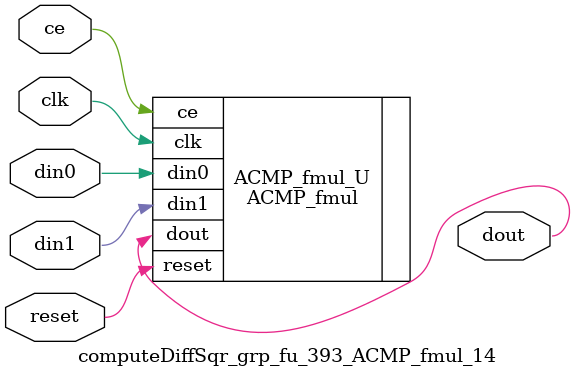
<source format=v>

`timescale 1 ns / 1 ps
module computeDiffSqr_grp_fu_393_ACMP_fmul_14(
    clk,
    reset,
    ce,
    din0,
    din1,
    dout);

parameter ID = 32'd1;
parameter NUM_STAGE = 32'd1;
parameter din0_WIDTH = 32'd1;
parameter din1_WIDTH = 32'd1;
parameter dout_WIDTH = 32'd1;
input clk;
input reset;
input ce;
input[din0_WIDTH - 1:0] din0;
input[din1_WIDTH - 1:0] din1;
output[dout_WIDTH - 1:0] dout;



ACMP_fmul #(
.ID( ID ),
.NUM_STAGE( 4 ),
.din0_WIDTH( din0_WIDTH ),
.din1_WIDTH( din1_WIDTH ),
.dout_WIDTH( dout_WIDTH ))
ACMP_fmul_U(
    .clk( clk ),
    .reset( reset ),
    .ce( ce ),
    .din0( din0 ),
    .din1( din1 ),
    .dout( dout ));

endmodule

</source>
